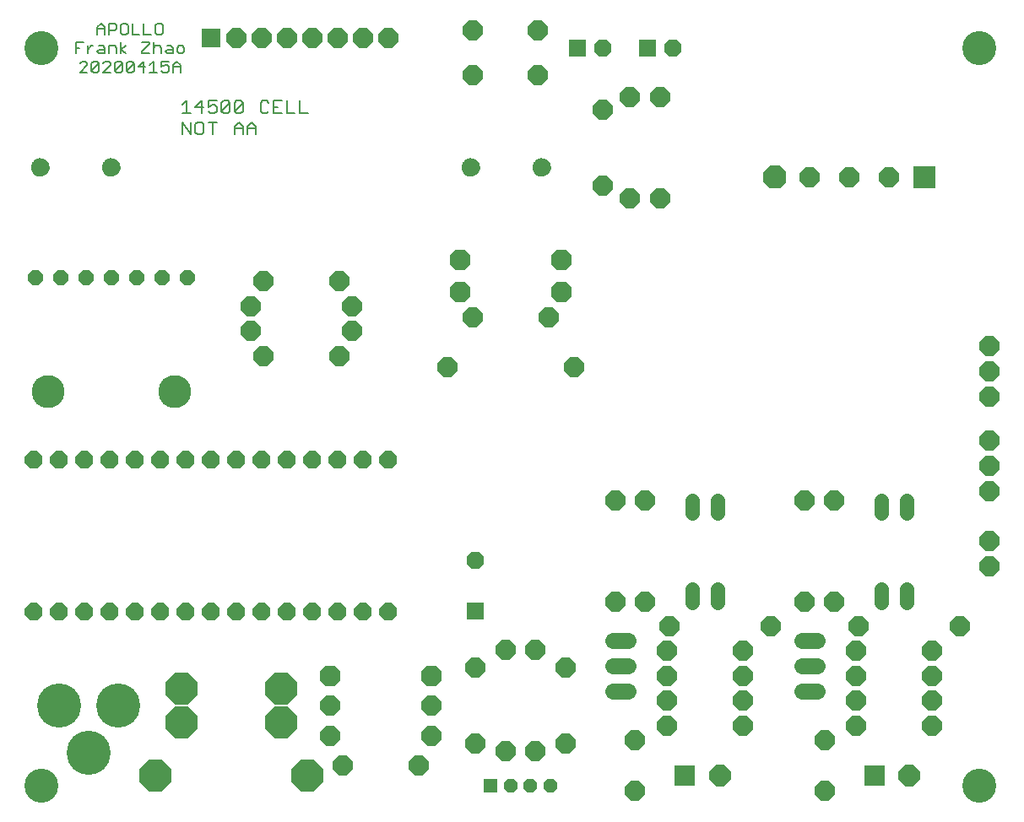
<source format=gbr>
G04 EAGLE Gerber RS-274X export*
G75*
%MOMM*%
%FSLAX34Y34*%
%LPD*%
%INSoldermask Top*%
%IPPOS*%
%AMOC8*
5,1,8,0,0,1.08239X$1,22.5*%
G01*
%ADD10C,0.177800*%
%ADD11P,1.924489X8X112.500000*%
%ADD12P,1.924489X8X292.500000*%
%ADD13P,2.144431X8X292.500000*%
%ADD14P,2.144431X8X112.500000*%
%ADD15C,1.625600*%
%ADD16P,2.144431X8X22.500000*%
%ADD17R,2.133600X2.133600*%
%ADD18P,2.309387X8X22.500000*%
%ADD19C,1.422400*%
%ADD20P,2.144431X8X202.500000*%
%ADD21C,3.403600*%
%ADD22C,4.419600*%
%ADD23P,3.409096X8X202.500000*%
%ADD24P,3.409096X8X22.500000*%
%ADD25P,2.474344X8X112.500000*%
%ADD26R,2.286000X2.286000*%
%ADD27P,1.841795X8X202.500000*%
%ADD28R,1.701600X1.701600*%
%ADD29P,2.254402X8X22.500000*%
%ADD30P,2.254402X8X202.500000*%
%ADD31P,1.896997X8X292.500000*%
%ADD32R,1.752600X1.752600*%
%ADD33R,1.422400X1.422400*%
%ADD34P,1.539592X8X22.500000*%
%ADD35C,0.152400*%
%ADD36R,1.981200X1.981200*%
%ADD37C,3.301600*%
%ADD38P,1.649562X8X202.500000*%

G36*
X99911Y640737D02*
X99911Y640737D01*
X100004Y640736D01*
X101706Y640979D01*
X101751Y640994D01*
X101827Y641008D01*
X103449Y641578D01*
X103491Y641602D01*
X103561Y641631D01*
X105041Y642507D01*
X105078Y642538D01*
X105142Y642580D01*
X106422Y643728D01*
X106452Y643766D01*
X106506Y643819D01*
X107538Y645195D01*
X107560Y645238D01*
X107603Y645301D01*
X108347Y646851D01*
X108359Y646898D01*
X108389Y646968D01*
X108816Y648634D01*
X108820Y648682D01*
X108835Y648756D01*
X108929Y650473D01*
X108923Y650521D01*
X108924Y650598D01*
X108687Y652251D01*
X108682Y652265D01*
X108682Y652277D01*
X108670Y652306D01*
X108657Y652372D01*
X108102Y653947D01*
X108079Y653989D01*
X108050Y654060D01*
X107198Y655496D01*
X107166Y655533D01*
X107124Y655597D01*
X106008Y656839D01*
X105970Y656869D01*
X105916Y656923D01*
X104579Y657924D01*
X104536Y657945D01*
X104473Y657988D01*
X102966Y658708D01*
X102919Y658721D01*
X102849Y658751D01*
X101230Y659163D01*
X101182Y659166D01*
X101107Y659181D01*
X99439Y659269D01*
X99397Y659264D01*
X99334Y659266D01*
X97677Y659078D01*
X97631Y659064D01*
X97555Y659052D01*
X95966Y658544D01*
X95924Y658521D01*
X95852Y658495D01*
X94393Y657686D01*
X94355Y657656D01*
X94290Y657616D01*
X93017Y656538D01*
X92986Y656501D01*
X92930Y656449D01*
X91891Y655144D01*
X91868Y655101D01*
X91824Y655039D01*
X91059Y653557D01*
X91045Y653511D01*
X91013Y653441D01*
X90553Y651838D01*
X90548Y651790D01*
X90531Y651715D01*
X90392Y650053D01*
X90397Y650005D01*
X90394Y649929D01*
X90587Y648222D01*
X90601Y648175D01*
X90613Y648100D01*
X91136Y646463D01*
X91158Y646421D01*
X91185Y646349D01*
X92017Y644846D01*
X92024Y644838D01*
X92026Y644831D01*
X92048Y644807D01*
X92087Y644744D01*
X93196Y643432D01*
X93233Y643401D01*
X93286Y643345D01*
X94629Y642275D01*
X94672Y642252D01*
X94734Y642207D01*
X96260Y641419D01*
X96306Y641405D01*
X96376Y641373D01*
X98027Y640898D01*
X98075Y640893D01*
X98149Y640876D01*
X99861Y640732D01*
X99911Y640737D01*
G37*
G36*
X460591Y640737D02*
X460591Y640737D01*
X460684Y640736D01*
X462386Y640979D01*
X462431Y640994D01*
X462507Y641008D01*
X464129Y641578D01*
X464171Y641602D01*
X464241Y641631D01*
X465721Y642507D01*
X465758Y642538D01*
X465822Y642580D01*
X467102Y643728D01*
X467132Y643766D01*
X467186Y643819D01*
X468218Y645195D01*
X468240Y645238D01*
X468283Y645301D01*
X469027Y646851D01*
X469039Y646898D01*
X469069Y646968D01*
X469496Y648634D01*
X469500Y648682D01*
X469515Y648756D01*
X469609Y650473D01*
X469603Y650521D01*
X469604Y650598D01*
X469367Y652251D01*
X469362Y652265D01*
X469362Y652277D01*
X469350Y652306D01*
X469337Y652372D01*
X468782Y653947D01*
X468759Y653989D01*
X468730Y654060D01*
X467878Y655496D01*
X467846Y655533D01*
X467804Y655597D01*
X466688Y656839D01*
X466650Y656869D01*
X466596Y656923D01*
X465259Y657924D01*
X465216Y657945D01*
X465153Y657988D01*
X463646Y658708D01*
X463599Y658721D01*
X463529Y658751D01*
X461910Y659163D01*
X461862Y659166D01*
X461787Y659181D01*
X460119Y659269D01*
X460077Y659264D01*
X460014Y659266D01*
X458357Y659078D01*
X458311Y659064D01*
X458235Y659052D01*
X456646Y658544D01*
X456604Y658521D01*
X456532Y658495D01*
X455073Y657686D01*
X455035Y657656D01*
X454970Y657616D01*
X453697Y656538D01*
X453666Y656501D01*
X453610Y656449D01*
X452571Y655144D01*
X452548Y655101D01*
X452504Y655039D01*
X451739Y653557D01*
X451725Y653511D01*
X451693Y653441D01*
X451233Y651838D01*
X451228Y651790D01*
X451211Y651715D01*
X451072Y650053D01*
X451077Y650005D01*
X451074Y649929D01*
X451267Y648222D01*
X451281Y648175D01*
X451293Y648100D01*
X451816Y646463D01*
X451838Y646421D01*
X451865Y646349D01*
X452697Y644846D01*
X452704Y644838D01*
X452706Y644831D01*
X452728Y644807D01*
X452767Y644744D01*
X453876Y643432D01*
X453913Y643401D01*
X453966Y643345D01*
X455309Y642275D01*
X455352Y642252D01*
X455414Y642207D01*
X456940Y641419D01*
X456986Y641405D01*
X457056Y641373D01*
X458707Y640898D01*
X458755Y640893D01*
X458829Y640876D01*
X460541Y640732D01*
X460591Y640737D01*
G37*
G36*
X28791Y640737D02*
X28791Y640737D01*
X28884Y640736D01*
X30586Y640979D01*
X30631Y640994D01*
X30707Y641008D01*
X32329Y641578D01*
X32371Y641602D01*
X32441Y641631D01*
X33921Y642507D01*
X33958Y642538D01*
X34022Y642580D01*
X35302Y643728D01*
X35332Y643766D01*
X35386Y643819D01*
X36418Y645195D01*
X36440Y645238D01*
X36483Y645301D01*
X37227Y646851D01*
X37239Y646898D01*
X37269Y646968D01*
X37696Y648634D01*
X37700Y648682D01*
X37715Y648756D01*
X37809Y650473D01*
X37803Y650521D01*
X37804Y650598D01*
X37567Y652251D01*
X37562Y652265D01*
X37562Y652277D01*
X37550Y652306D01*
X37537Y652372D01*
X36982Y653947D01*
X36959Y653989D01*
X36930Y654060D01*
X36078Y655496D01*
X36046Y655533D01*
X36004Y655597D01*
X34888Y656839D01*
X34850Y656869D01*
X34796Y656923D01*
X33459Y657924D01*
X33416Y657945D01*
X33353Y657988D01*
X31846Y658708D01*
X31799Y658721D01*
X31729Y658751D01*
X30110Y659163D01*
X30062Y659166D01*
X29987Y659181D01*
X28319Y659269D01*
X28277Y659264D01*
X28214Y659266D01*
X26557Y659078D01*
X26511Y659064D01*
X26435Y659052D01*
X24846Y658544D01*
X24804Y658521D01*
X24732Y658495D01*
X23273Y657686D01*
X23235Y657656D01*
X23170Y657616D01*
X21897Y656538D01*
X21866Y656501D01*
X21810Y656449D01*
X20771Y655144D01*
X20748Y655101D01*
X20704Y655039D01*
X19939Y653557D01*
X19925Y653511D01*
X19893Y653441D01*
X19433Y651838D01*
X19428Y651790D01*
X19411Y651715D01*
X19272Y650053D01*
X19277Y650005D01*
X19274Y649929D01*
X19467Y648222D01*
X19481Y648175D01*
X19493Y648100D01*
X20016Y646463D01*
X20038Y646421D01*
X20065Y646349D01*
X20897Y644846D01*
X20904Y644838D01*
X20906Y644831D01*
X20928Y644807D01*
X20967Y644744D01*
X22076Y643432D01*
X22113Y643401D01*
X22166Y643345D01*
X23509Y642275D01*
X23552Y642252D01*
X23614Y642207D01*
X25140Y641419D01*
X25186Y641405D01*
X25256Y641373D01*
X26907Y640898D01*
X26955Y640893D01*
X27029Y640876D01*
X28741Y640732D01*
X28791Y640737D01*
G37*
G36*
X531711Y640737D02*
X531711Y640737D01*
X531804Y640736D01*
X533506Y640979D01*
X533551Y640994D01*
X533627Y641008D01*
X535249Y641578D01*
X535291Y641602D01*
X535361Y641631D01*
X536841Y642507D01*
X536878Y642538D01*
X536942Y642580D01*
X538222Y643728D01*
X538252Y643766D01*
X538306Y643819D01*
X539338Y645195D01*
X539360Y645238D01*
X539403Y645301D01*
X540147Y646851D01*
X540159Y646898D01*
X540189Y646968D01*
X540616Y648634D01*
X540620Y648682D01*
X540635Y648756D01*
X540729Y650473D01*
X540723Y650521D01*
X540724Y650598D01*
X540487Y652251D01*
X540482Y652265D01*
X540482Y652277D01*
X540470Y652306D01*
X540457Y652372D01*
X539902Y653947D01*
X539879Y653989D01*
X539850Y654060D01*
X538998Y655496D01*
X538966Y655533D01*
X538924Y655597D01*
X537808Y656839D01*
X537770Y656869D01*
X537716Y656923D01*
X536379Y657924D01*
X536336Y657945D01*
X536273Y657988D01*
X534766Y658708D01*
X534719Y658721D01*
X534649Y658751D01*
X533030Y659163D01*
X532982Y659166D01*
X532907Y659181D01*
X531239Y659269D01*
X531197Y659264D01*
X531134Y659266D01*
X529477Y659078D01*
X529431Y659064D01*
X529355Y659052D01*
X527766Y658544D01*
X527724Y658521D01*
X527652Y658495D01*
X526193Y657686D01*
X526155Y657656D01*
X526090Y657616D01*
X524817Y656538D01*
X524786Y656501D01*
X524730Y656449D01*
X523691Y655144D01*
X523668Y655101D01*
X523624Y655039D01*
X522859Y653557D01*
X522845Y653511D01*
X522813Y653441D01*
X522353Y651838D01*
X522348Y651790D01*
X522331Y651715D01*
X522192Y650053D01*
X522197Y650005D01*
X522194Y649929D01*
X522387Y648222D01*
X522401Y648175D01*
X522413Y648100D01*
X522936Y646463D01*
X522958Y646421D01*
X522985Y646349D01*
X523817Y644846D01*
X523824Y644838D01*
X523826Y644831D01*
X523848Y644807D01*
X523887Y644744D01*
X524996Y643432D01*
X525033Y643401D01*
X525086Y643345D01*
X526429Y642275D01*
X526472Y642252D01*
X526534Y642207D01*
X528060Y641419D01*
X528106Y641405D01*
X528176Y641373D01*
X529827Y640898D01*
X529875Y640893D01*
X529949Y640876D01*
X531661Y640732D01*
X531711Y640737D01*
G37*
D10*
X170889Y712749D02*
X175041Y716902D01*
X175041Y704445D01*
X170889Y704445D02*
X179193Y704445D01*
X190215Y704445D02*
X190215Y716902D01*
X183986Y710673D01*
X192291Y710673D01*
X197084Y716902D02*
X205388Y716902D01*
X197084Y716902D02*
X197084Y710673D01*
X201236Y712749D01*
X203312Y712749D01*
X205388Y710673D01*
X205388Y706521D01*
X203312Y704445D01*
X199160Y704445D01*
X197084Y706521D01*
X210181Y706521D02*
X210181Y714826D01*
X212257Y716902D01*
X216409Y716902D01*
X218485Y714826D01*
X218485Y706521D01*
X216409Y704445D01*
X212257Y704445D01*
X210181Y706521D01*
X218485Y714826D01*
X223278Y714826D02*
X223278Y706521D01*
X223278Y714826D02*
X225354Y716902D01*
X229506Y716902D01*
X231582Y714826D01*
X231582Y706521D01*
X229506Y704445D01*
X225354Y704445D01*
X223278Y706521D01*
X231582Y714826D01*
X255701Y716902D02*
X257777Y714826D01*
X255701Y716902D02*
X251549Y716902D01*
X249473Y714826D01*
X249473Y706521D01*
X251549Y704445D01*
X255701Y704445D01*
X257777Y706521D01*
X262570Y716902D02*
X270874Y716902D01*
X262570Y716902D02*
X262570Y704445D01*
X270874Y704445D01*
X266722Y710673D02*
X262570Y710673D01*
X275667Y716902D02*
X275667Y704445D01*
X283971Y704445D01*
X288764Y704445D02*
X288764Y716902D01*
X288764Y704445D02*
X297069Y704445D01*
X170889Y695566D02*
X170889Y683109D01*
X179193Y683109D02*
X170889Y695566D01*
X179193Y695566D02*
X179193Y683109D01*
X186062Y695566D02*
X190215Y695566D01*
X186062Y695566D02*
X183986Y693490D01*
X183986Y685185D01*
X186062Y683109D01*
X190215Y683109D01*
X192291Y685185D01*
X192291Y693490D01*
X190215Y695566D01*
X201236Y695566D02*
X201236Y683109D01*
X197084Y695566D02*
X205388Y695566D01*
X223278Y691413D02*
X223278Y683109D01*
X223278Y691413D02*
X227430Y695566D01*
X231582Y691413D01*
X231582Y683109D01*
X231582Y689337D02*
X223278Y689337D01*
X236375Y691413D02*
X236375Y683109D01*
X236375Y691413D02*
X240527Y695566D01*
X244680Y691413D01*
X244680Y683109D01*
X244680Y689337D02*
X236375Y689337D01*
D11*
X377800Y356200D03*
X352400Y356200D03*
X327000Y356200D03*
X301600Y356200D03*
X276200Y356200D03*
X250800Y356200D03*
X225400Y356200D03*
X200000Y356200D03*
X174600Y356200D03*
X149200Y356200D03*
X123800Y356200D03*
X98400Y356200D03*
X377800Y203800D03*
X352400Y203800D03*
X327000Y203800D03*
X174600Y203800D03*
X149200Y203800D03*
X123800Y203800D03*
X98400Y203800D03*
X22200Y203800D03*
X22200Y356200D03*
X47600Y356200D03*
X73000Y356200D03*
D12*
X47600Y203800D03*
X73000Y203800D03*
D11*
X301600Y203800D03*
D12*
X200000Y203800D03*
X225400Y203800D03*
X250800Y203800D03*
X276200Y203800D03*
D13*
X635000Y315800D03*
X635000Y214200D03*
D14*
X605000Y214200D03*
X605000Y315800D03*
D15*
X602380Y175400D02*
X617620Y175400D01*
X617620Y150000D02*
X602380Y150000D01*
X602380Y124600D02*
X617620Y124600D01*
D16*
X656900Y90000D03*
X733100Y90000D03*
D17*
X675000Y40000D03*
D18*
X710000Y40000D03*
D19*
X682300Y213692D02*
X682300Y226900D01*
X707700Y226900D02*
X707700Y213692D01*
X707700Y303100D02*
X707700Y316308D01*
X682300Y316308D02*
X682300Y303100D01*
D20*
X760800Y190000D03*
X659200Y190000D03*
X733100Y140000D03*
X656900Y140000D03*
D16*
X656900Y115000D03*
X733100Y115000D03*
D13*
X625000Y75400D03*
X625000Y24600D03*
D21*
X30000Y30000D03*
X970000Y30000D03*
X30000Y770000D03*
X970000Y770000D03*
D22*
X107000Y110000D03*
X47000Y110000D03*
X77000Y63000D03*
D23*
X296200Y40000D03*
X143800Y40000D03*
D24*
X170000Y127000D03*
X170000Y93000D03*
X270000Y127000D03*
X270000Y93000D03*
D20*
X420800Y80000D03*
X319200Y80000D03*
D16*
X319200Y110000D03*
X420800Y110000D03*
X656900Y165000D03*
X733100Y165000D03*
D25*
X765000Y640000D03*
D26*
X915000Y640000D03*
D27*
X592700Y770000D03*
D28*
X567300Y770000D03*
D27*
X662700Y770000D03*
D28*
X637300Y770000D03*
D13*
X825000Y315800D03*
X825000Y214200D03*
D14*
X795000Y214200D03*
X795000Y315800D03*
D15*
X792380Y175400D02*
X807620Y175400D01*
X807620Y150000D02*
X792380Y150000D01*
X792380Y124600D02*
X807620Y124600D01*
D16*
X846900Y90000D03*
X923100Y90000D03*
D17*
X865000Y40000D03*
D18*
X900000Y40000D03*
D19*
X872300Y213692D02*
X872300Y226900D01*
X897700Y226900D02*
X897700Y213692D01*
X897700Y303100D02*
X897700Y316308D01*
X872300Y316308D02*
X872300Y303100D01*
D20*
X950800Y190000D03*
X849200Y190000D03*
X923100Y140000D03*
X846900Y140000D03*
D16*
X846900Y115000D03*
X923100Y115000D03*
D13*
X815000Y75400D03*
X815000Y24600D03*
D16*
X846900Y165000D03*
X923100Y165000D03*
D29*
X319200Y140000D03*
X420800Y140000D03*
D30*
X550800Y557000D03*
X449200Y557000D03*
D13*
X650000Y720800D03*
X650000Y619200D03*
X620000Y720800D03*
X620000Y619200D03*
D20*
X527512Y742394D03*
X462488Y742394D03*
X527512Y787606D03*
X462488Y787606D03*
D16*
X239200Y486000D03*
X340800Y486000D03*
X239200Y511000D03*
X340800Y511000D03*
D31*
X465000Y255400D03*
D32*
X465000Y204600D03*
D33*
X480000Y30000D03*
D34*
X500000Y30000D03*
X520000Y30000D03*
X540000Y30000D03*
D14*
X525000Y64200D03*
X525000Y165800D03*
X495000Y64200D03*
X495000Y165800D03*
D20*
X328100Y461000D03*
X251900Y461000D03*
X328100Y536000D03*
X251900Y536000D03*
D29*
X449200Y525000D03*
X550800Y525000D03*
D20*
X538100Y500000D03*
X461900Y500000D03*
X563500Y450000D03*
X436500Y450000D03*
D35*
X85680Y783462D02*
X85680Y790919D01*
X89409Y794648D01*
X93137Y790919D01*
X93137Y783462D01*
X93137Y789055D02*
X85680Y789055D01*
X97374Y783462D02*
X97374Y794648D01*
X102967Y794648D01*
X104831Y792783D01*
X104831Y789055D01*
X102967Y787191D01*
X97374Y787191D01*
X110932Y794648D02*
X114661Y794648D01*
X110932Y794648D02*
X109068Y792783D01*
X109068Y785326D01*
X110932Y783462D01*
X114661Y783462D01*
X116525Y785326D01*
X116525Y792783D01*
X114661Y794648D01*
X120762Y794648D02*
X120762Y783462D01*
X128219Y783462D01*
X132456Y783462D02*
X132456Y794648D01*
X132456Y783462D02*
X139913Y783462D01*
X146014Y794648D02*
X149743Y794648D01*
X146014Y794648D02*
X144150Y792783D01*
X144150Y785326D01*
X146014Y783462D01*
X149743Y783462D01*
X151607Y785326D01*
X151607Y792783D01*
X149743Y794648D01*
X64241Y775598D02*
X64241Y764412D01*
X64241Y775598D02*
X71698Y775598D01*
X67970Y770005D02*
X64241Y770005D01*
X75935Y771869D02*
X75935Y764412D01*
X75935Y768141D02*
X79664Y771869D01*
X81528Y771869D01*
X87544Y771869D02*
X91273Y771869D01*
X93137Y770005D01*
X93137Y764412D01*
X87544Y764412D01*
X85680Y766276D01*
X87544Y768141D01*
X93137Y768141D01*
X97374Y771869D02*
X97374Y764412D01*
X97374Y771869D02*
X102967Y771869D01*
X104831Y770005D01*
X104831Y764412D01*
X109068Y764412D02*
X109068Y775598D01*
X109068Y768141D02*
X114661Y764412D01*
X109068Y768141D02*
X114661Y771869D01*
X130507Y775598D02*
X137964Y775598D01*
X137964Y773733D01*
X130507Y766276D01*
X130507Y764412D01*
X137964Y764412D01*
X142201Y764412D02*
X142201Y775598D01*
X144065Y771869D02*
X142201Y770005D01*
X144065Y771869D02*
X147794Y771869D01*
X149658Y770005D01*
X149658Y764412D01*
X155759Y771869D02*
X159488Y771869D01*
X161352Y770005D01*
X161352Y764412D01*
X155759Y764412D01*
X153895Y766276D01*
X155759Y768141D01*
X161352Y768141D01*
X167453Y764412D02*
X171182Y764412D01*
X173046Y766276D01*
X173046Y770005D01*
X171182Y771869D01*
X167453Y771869D01*
X165589Y770005D01*
X165589Y766276D01*
X167453Y764412D01*
X75596Y745362D02*
X68139Y745362D01*
X75596Y752819D01*
X75596Y754683D01*
X73732Y756548D01*
X70003Y756548D01*
X68139Y754683D01*
X79833Y754683D02*
X79833Y747226D01*
X79833Y754683D02*
X81697Y756548D01*
X85426Y756548D01*
X87290Y754683D01*
X87290Y747226D01*
X85426Y745362D01*
X81697Y745362D01*
X79833Y747226D01*
X87290Y754683D01*
X91527Y745362D02*
X98984Y745362D01*
X91527Y745362D02*
X98984Y752819D01*
X98984Y754683D01*
X97120Y756548D01*
X93391Y756548D01*
X91527Y754683D01*
X103221Y754683D02*
X103221Y747226D01*
X103221Y754683D02*
X105085Y756548D01*
X108814Y756548D01*
X110678Y754683D01*
X110678Y747226D01*
X108814Y745362D01*
X105085Y745362D01*
X103221Y747226D01*
X110678Y754683D01*
X114915Y754683D02*
X114915Y747226D01*
X114915Y754683D02*
X116779Y756548D01*
X120508Y756548D01*
X122372Y754683D01*
X122372Y747226D01*
X120508Y745362D01*
X116779Y745362D01*
X114915Y747226D01*
X122372Y754683D01*
X132202Y756548D02*
X132202Y745362D01*
X126609Y750955D02*
X132202Y756548D01*
X134066Y750955D02*
X126609Y750955D01*
X138303Y752819D02*
X142031Y756548D01*
X142031Y745362D01*
X138303Y745362D02*
X145760Y745362D01*
X149997Y756548D02*
X157454Y756548D01*
X149997Y756548D02*
X149997Y750955D01*
X153725Y752819D01*
X155590Y752819D01*
X157454Y750955D01*
X157454Y747226D01*
X155590Y745362D01*
X151861Y745362D01*
X149997Y747226D01*
X161691Y745362D02*
X161691Y752819D01*
X165419Y756548D01*
X169148Y752819D01*
X169148Y745362D01*
X169148Y750955D02*
X161691Y750955D01*
D13*
X465000Y148100D03*
X465000Y71900D03*
X555000Y148100D03*
X555000Y71900D03*
D14*
X592606Y631900D03*
X592606Y708100D03*
D16*
X331900Y50000D03*
X408100Y50000D03*
D36*
X200000Y780000D03*
D14*
X225400Y780000D03*
X250800Y780000D03*
X276200Y780000D03*
X301600Y780000D03*
X327000Y780000D03*
X352400Y780000D03*
X377800Y780000D03*
D37*
X163500Y425300D03*
X36500Y425300D03*
D38*
X176200Y539600D03*
X150800Y539600D03*
X125400Y539600D03*
X100000Y539600D03*
X74600Y539600D03*
X49200Y539600D03*
X23800Y539600D03*
D20*
X980000Y250000D03*
X980000Y275400D03*
D14*
X880000Y640000D03*
X840000Y640000D03*
X800000Y640000D03*
D20*
X980000Y420000D03*
X980000Y445400D03*
X980000Y470800D03*
X980000Y325000D03*
X980000Y350400D03*
X980000Y375800D03*
M02*

</source>
